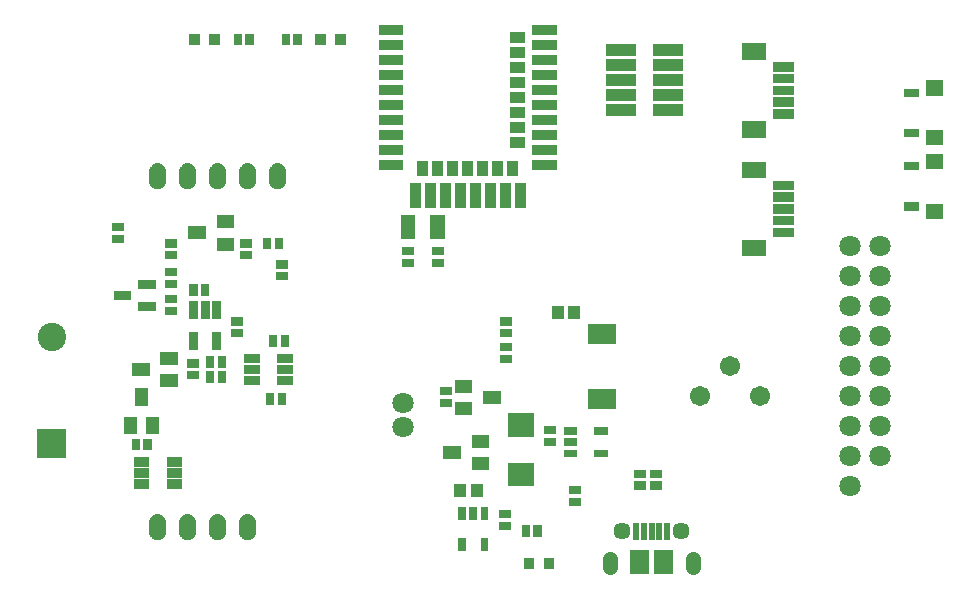
<source format=gts>
G04 Layer: TopSolderMaskLayer*
G04 EasyEDA v6.4.19.5, 2021-05-22T15:38:53+02:00*
G04 3629cfa7d52e4947b918c6b19203bcd8,b771c775d4444e86a06a5321f8c966cb,10*
G04 Gerber Generator version 0.2*
G04 Scale: 100 percent, Rotated: No, Reflected: No *
G04 Dimensions in inches *
G04 leading zeros omitted , absolute positions ,3 integer and 6 decimal *
%FSLAX36Y36*%
%MOIN*%

%ADD59C,0.0512*%
%ADD61C,0.0710*%
%ADD71C,0.0572*%
%ADD82C,0.0946*%
%ADD84C,0.0710*%
%ADD89C,0.0671*%

%LPD*%
D59*
X2327799Y-1941729D02*
G01*
X2327799Y-1969292D01*
X2052200Y-1941718D02*
G01*
X2052200Y-1969281D01*
G36*
X2595200Y-751399D02*
G01*
X2595200Y-719800D01*
X2664200Y-719800D01*
X2664200Y-751399D01*
G37*
D61*
G01*
X2950000Y-1000000D03*
G01*
X2950000Y-1100000D03*
G01*
X2950000Y-1200000D03*
G01*
X2950000Y-1300000D03*
G01*
X2950000Y-1400000D03*
G01*
X2950000Y-1500000D03*
G01*
X2950000Y-1600000D03*
G01*
X2850000Y-1600000D03*
G01*
X2850000Y-1500000D03*
G01*
X2850000Y-1400000D03*
G01*
X2850000Y-1300000D03*
G01*
X2850000Y-1200000D03*
G01*
X2850000Y-1100000D03*
G01*
X2850000Y-1000000D03*
G01*
X2850000Y-900000D03*
G01*
X2950000Y-900000D03*
G01*
X2850000Y-1700000D03*
G36*
X3030000Y-646900D02*
G01*
X3030000Y-619299D01*
X3081199Y-619299D01*
X3081199Y-646900D01*
G37*
G36*
X3030000Y-780700D02*
G01*
X3030000Y-753099D01*
X3081199Y-753099D01*
X3081199Y-780700D01*
G37*
G36*
X3104799Y-642899D02*
G01*
X3104799Y-591700D01*
X3160000Y-591700D01*
X3160000Y-642899D01*
G37*
G36*
X3104799Y-808299D02*
G01*
X3104799Y-757100D01*
X3160000Y-757100D01*
X3160000Y-808299D01*
G37*
G36*
X3030000Y-401900D02*
G01*
X3030000Y-374299D01*
X3081199Y-374299D01*
X3081199Y-401900D01*
G37*
G36*
X3030000Y-535700D02*
G01*
X3030000Y-508099D01*
X3081199Y-508099D01*
X3081199Y-535700D01*
G37*
G36*
X3104799Y-397899D02*
G01*
X3104799Y-346700D01*
X3160000Y-346700D01*
X3160000Y-397899D01*
G37*
G36*
X3104799Y-563299D02*
G01*
X3104799Y-512100D01*
X3160000Y-512100D01*
X3160000Y-563299D01*
G37*
G36*
X1830799Y-1975500D02*
G01*
X1830799Y-1940000D01*
X1866199Y-1940000D01*
X1866199Y-1975500D01*
G37*
G36*
X1763800Y-1975500D02*
G01*
X1763800Y-1940000D01*
X1799200Y-1940000D01*
X1799200Y-1975500D01*
G37*
G36*
X1135799Y-227699D02*
G01*
X1135799Y-192300D01*
X1171199Y-192300D01*
X1171199Y-227699D01*
G37*
G36*
X1068800Y-227699D02*
G01*
X1068800Y-192300D01*
X1104200Y-192300D01*
X1104200Y-227699D01*
G37*
G36*
X648800Y-227699D02*
G01*
X648800Y-192300D01*
X684200Y-192300D01*
X684200Y-227699D01*
G37*
G36*
X715799Y-227699D02*
G01*
X715799Y-192300D01*
X751199Y-192300D01*
X751199Y-227699D01*
G37*
G36*
X1589700Y-1571999D02*
G01*
X1589700Y-1528699D01*
X1648800Y-1528699D01*
X1648800Y-1571999D01*
G37*
G36*
X1495200Y-1609400D02*
G01*
X1495200Y-1566100D01*
X1554300Y-1566100D01*
X1554300Y-1609400D01*
G37*
G36*
X1589700Y-1646799D02*
G01*
X1589700Y-1603499D01*
X1648800Y-1603499D01*
X1648800Y-1646799D01*
G37*
G36*
X1533199Y-1461799D02*
G01*
X1533199Y-1418499D01*
X1592299Y-1418499D01*
X1592299Y-1461799D01*
G37*
G36*
X1627700Y-1424400D02*
G01*
X1627700Y-1381100D01*
X1686800Y-1381100D01*
X1686800Y-1424400D01*
G37*
G36*
X1533199Y-1386999D02*
G01*
X1533199Y-1343699D01*
X1592299Y-1343699D01*
X1592299Y-1386999D01*
G37*
G36*
X740000Y-839299D02*
G01*
X740000Y-795900D01*
X799200Y-795900D01*
X799200Y-839299D01*
G37*
G36*
X645599Y-876700D02*
G01*
X645599Y-833299D01*
X704699Y-833299D01*
X704699Y-876700D01*
G37*
G36*
X740000Y-914099D02*
G01*
X740000Y-870700D01*
X799200Y-870700D01*
X799200Y-914099D01*
G37*
G36*
X505700Y-1526799D02*
G01*
X505700Y-1467699D01*
X549099Y-1467699D01*
X549099Y-1526799D01*
G37*
G36*
X468299Y-1432300D02*
G01*
X468299Y-1373200D01*
X511700Y-1373200D01*
X511700Y-1432300D01*
G37*
G36*
X430900Y-1526799D02*
G01*
X430900Y-1467699D01*
X474299Y-1467699D01*
X474299Y-1526799D01*
G37*
G36*
X552699Y-1294299D02*
G01*
X552699Y-1250900D01*
X611799Y-1250900D01*
X611799Y-1294299D01*
G37*
G36*
X458200Y-1331700D02*
G01*
X458200Y-1288299D01*
X517300Y-1288299D01*
X517300Y-1331700D01*
G37*
G36*
X552699Y-1369099D02*
G01*
X552699Y-1325700D01*
X611799Y-1325700D01*
X611799Y-1369099D01*
G37*
G36*
X1619600Y-1915599D02*
G01*
X1619600Y-1872300D01*
X1645200Y-1872300D01*
X1645200Y-1915599D01*
G37*
G36*
X1544799Y-1915599D02*
G01*
X1544799Y-1872300D01*
X1570399Y-1872300D01*
X1570399Y-1915599D01*
G37*
G36*
X1544799Y-1813299D02*
G01*
X1544799Y-1769899D01*
X1570399Y-1769899D01*
X1570399Y-1813299D01*
G37*
G36*
X1582200Y-1813299D02*
G01*
X1582200Y-1769899D01*
X1607799Y-1769899D01*
X1607799Y-1813299D01*
G37*
G36*
X1619600Y-1813299D02*
G01*
X1619600Y-1769899D01*
X1645200Y-1769899D01*
X1645200Y-1813299D01*
G37*
G36*
X1999499Y-1528200D02*
G01*
X1999499Y-1502500D01*
X2042899Y-1502500D01*
X2042899Y-1528200D01*
G37*
G36*
X1999499Y-1603000D02*
G01*
X1999499Y-1577300D01*
X2042899Y-1577300D01*
X2042899Y-1603000D01*
G37*
G36*
X1897100Y-1603000D02*
G01*
X1897100Y-1577300D01*
X1940500Y-1577300D01*
X1940500Y-1603000D01*
G37*
G36*
X1897100Y-1565599D02*
G01*
X1897100Y-1539899D01*
X1940500Y-1539899D01*
X1940500Y-1565599D01*
G37*
G36*
X1897100Y-1528200D02*
G01*
X1897100Y-1502500D01*
X1940500Y-1502500D01*
X1940500Y-1528200D01*
G37*
G36*
X2119099Y-1992100D02*
G01*
X2119099Y-1913299D01*
X2182200Y-1913299D01*
X2182200Y-1992100D01*
G37*
G36*
X2231300Y-1877600D02*
G01*
X2231300Y-1822399D01*
X2251099Y-1822399D01*
X2251099Y-1877600D01*
G37*
G36*
X2205699Y-1877600D02*
G01*
X2205699Y-1822399D01*
X2225500Y-1822399D01*
X2225500Y-1877600D01*
G37*
G36*
X2180100Y-1877600D02*
G01*
X2180100Y-1822399D01*
X2199899Y-1822399D01*
X2199899Y-1877600D01*
G37*
G36*
X2154499Y-1877600D02*
G01*
X2154499Y-1822399D01*
X2174300Y-1822399D01*
X2174300Y-1877600D01*
G37*
G36*
X2128999Y-1877600D02*
G01*
X2128999Y-1822399D01*
X2148699Y-1822399D01*
X2148699Y-1877600D01*
G37*
G36*
X2197799Y-1992199D02*
G01*
X2197799Y-1913400D01*
X2260900Y-1913400D01*
X2260900Y-1992199D01*
G37*
D71*
G01*
X2091599Y-1850000D03*
G01*
X2288400Y-1850000D03*
G36*
X2195799Y-463800D02*
G01*
X2195799Y-426199D01*
X2294300Y-426199D01*
X2294300Y-463800D01*
G37*
G36*
X2038299Y-463800D02*
G01*
X2038299Y-426199D01*
X2136899Y-426199D01*
X2136899Y-463800D01*
G37*
G36*
X2195799Y-413800D02*
G01*
X2195799Y-376199D01*
X2294300Y-376199D01*
X2294300Y-413800D01*
G37*
G36*
X2038299Y-413800D02*
G01*
X2038299Y-376199D01*
X2136899Y-376199D01*
X2136899Y-413800D01*
G37*
G36*
X2195799Y-363800D02*
G01*
X2195799Y-326199D01*
X2294300Y-326199D01*
X2294300Y-363800D01*
G37*
G36*
X2038299Y-363800D02*
G01*
X2038299Y-326199D01*
X2136899Y-326199D01*
X2136899Y-363800D01*
G37*
G36*
X2195799Y-313800D02*
G01*
X2195799Y-276199D01*
X2294300Y-276199D01*
X2294300Y-313800D01*
G37*
G36*
X2038299Y-313800D02*
G01*
X2038299Y-276199D01*
X2136899Y-276199D01*
X2136899Y-313800D01*
G37*
G36*
X2195799Y-263800D02*
G01*
X2195799Y-226199D01*
X2294300Y-226199D01*
X2294300Y-263800D01*
G37*
G36*
X2038299Y-263800D02*
G01*
X2038299Y-226199D01*
X2136899Y-226199D01*
X2136899Y-263800D01*
G37*
G36*
X2185299Y-1671900D02*
G01*
X2185299Y-1644200D01*
X2224700Y-1644200D01*
X2224700Y-1671900D01*
G37*
G36*
X2185299Y-1711300D02*
G01*
X2185299Y-1683600D01*
X2224700Y-1683600D01*
X2224700Y-1711300D01*
G37*
G36*
X2130299Y-1671900D02*
G01*
X2130299Y-1644200D01*
X2169700Y-1644200D01*
X2169700Y-1671900D01*
G37*
G36*
X2130299Y-1711300D02*
G01*
X2130299Y-1683600D01*
X2169700Y-1683600D01*
X2169700Y-1711300D01*
G37*
G36*
X1354099Y-874400D02*
G01*
X1354099Y-795599D01*
X1401499Y-795599D01*
X1401499Y-874400D01*
G37*
G36*
X1452500Y-874400D02*
G01*
X1452500Y-795599D01*
X1499899Y-795599D01*
X1499899Y-874400D01*
G37*
G36*
X1915299Y-1726900D02*
G01*
X1915299Y-1699200D01*
X1954700Y-1699200D01*
X1954700Y-1726900D01*
G37*
G36*
X1915299Y-1766300D02*
G01*
X1915299Y-1738600D01*
X1954700Y-1738600D01*
X1954700Y-1766300D01*
G37*
G36*
X1685299Y-1164200D02*
G01*
X1685299Y-1136500D01*
X1724700Y-1136500D01*
X1724700Y-1164200D01*
G37*
G36*
X1685299Y-1203499D02*
G01*
X1685299Y-1175799D01*
X1724700Y-1175799D01*
X1724700Y-1203499D01*
G37*
G36*
X1685299Y-1249200D02*
G01*
X1685299Y-1221500D01*
X1724700Y-1221500D01*
X1724700Y-1249200D01*
G37*
G36*
X1685299Y-1288499D02*
G01*
X1685299Y-1260799D01*
X1724700Y-1260799D01*
X1724700Y-1288499D01*
G37*
G36*
X1485500Y-1436300D02*
G01*
X1485500Y-1408600D01*
X1525000Y-1408600D01*
X1525000Y-1436300D01*
G37*
G36*
X1485500Y-1396900D02*
G01*
X1485500Y-1369200D01*
X1525000Y-1369200D01*
X1525000Y-1396900D01*
G37*
G36*
X1711599Y-1699899D02*
G01*
X1711599Y-1620999D01*
X1798400Y-1620999D01*
X1798400Y-1699899D01*
G37*
G36*
X1711599Y-1534499D02*
G01*
X1711599Y-1455599D01*
X1798400Y-1455599D01*
X1798400Y-1534499D01*
G37*
G36*
X1830299Y-1566300D02*
G01*
X1830299Y-1538600D01*
X1869799Y-1538600D01*
X1869799Y-1566300D01*
G37*
G36*
X1830299Y-1526900D02*
G01*
X1830299Y-1499200D01*
X1869799Y-1499200D01*
X1869799Y-1526900D01*
G37*
G36*
X1977700Y-1441799D02*
G01*
X1977700Y-1374699D01*
X2072299Y-1374699D01*
X2072299Y-1441799D01*
G37*
G36*
X1977700Y-1225300D02*
G01*
X1977700Y-1158200D01*
X2072299Y-1158200D01*
X2072299Y-1225300D01*
G37*
G36*
X1680299Y-1846300D02*
G01*
X1680299Y-1818600D01*
X1719700Y-1818600D01*
X1719700Y-1846300D01*
G37*
G36*
X1680299Y-1806900D02*
G01*
X1680299Y-1779200D01*
X1719700Y-1779200D01*
X1719700Y-1806900D01*
G37*
G36*
X1457299Y-968499D02*
G01*
X1457299Y-940799D01*
X1496800Y-940799D01*
X1496800Y-968499D01*
G37*
G36*
X1457299Y-929200D02*
G01*
X1457299Y-901500D01*
X1496800Y-901500D01*
X1496800Y-929200D01*
G37*
G36*
X1357299Y-968499D02*
G01*
X1357299Y-940799D01*
X1396800Y-940799D01*
X1396800Y-968499D01*
G37*
G36*
X1357299Y-929200D02*
G01*
X1357299Y-901500D01*
X1396800Y-901500D01*
X1396800Y-929200D01*
G37*
G36*
X541300Y-709000D02*
G01*
X537800Y-708499D01*
X534499Y-707699D01*
X531199Y-706399D01*
X528200Y-704699D01*
X525399Y-702699D01*
X522899Y-700300D01*
X520599Y-697600D01*
X518800Y-694699D01*
X517300Y-691599D01*
X516199Y-688299D01*
X515599Y-684899D01*
X515399Y-681500D01*
X515399Y-649800D01*
X515599Y-646399D01*
X516199Y-643000D01*
X517300Y-639699D01*
X518800Y-636599D01*
X520599Y-633699D01*
X522899Y-630999D01*
X525399Y-628600D01*
X528200Y-626599D01*
X531199Y-624899D01*
X534499Y-623600D01*
X537800Y-622800D01*
X541300Y-622300D01*
X544699Y-622300D01*
X548200Y-622800D01*
X551500Y-623600D01*
X554800Y-624899D01*
X557800Y-626599D01*
X560599Y-628600D01*
X563099Y-630999D01*
X565399Y-633699D01*
X567199Y-636599D01*
X568699Y-639699D01*
X569800Y-643000D01*
X570399Y-646399D01*
X570599Y-649800D01*
X570599Y-681500D01*
X570399Y-684899D01*
X569800Y-688299D01*
X568699Y-691599D01*
X567199Y-694699D01*
X565399Y-697600D01*
X563099Y-700300D01*
X560599Y-702699D01*
X557800Y-704699D01*
X554800Y-706399D01*
X551500Y-707699D01*
X548200Y-708499D01*
X544699Y-709000D01*
G37*
G36*
X541300Y-1878699D02*
G01*
X537800Y-1878200D01*
X534499Y-1877399D01*
X531199Y-1876100D01*
X528200Y-1874400D01*
X525399Y-1872399D01*
X522899Y-1870000D01*
X520599Y-1867300D01*
X518800Y-1864400D01*
X517300Y-1861300D01*
X516199Y-1858000D01*
X515599Y-1854600D01*
X515399Y-1851199D01*
X515399Y-1819499D01*
X515599Y-1816100D01*
X516199Y-1812699D01*
X517300Y-1809400D01*
X518800Y-1806300D01*
X520599Y-1803400D01*
X522899Y-1800700D01*
X525399Y-1798299D01*
X528200Y-1796300D01*
X531199Y-1794600D01*
X534499Y-1793299D01*
X537800Y-1792500D01*
X541300Y-1791999D01*
X544699Y-1791999D01*
X548200Y-1792500D01*
X551500Y-1793299D01*
X554800Y-1794600D01*
X557800Y-1796300D01*
X560599Y-1798299D01*
X563099Y-1800700D01*
X565399Y-1803400D01*
X567199Y-1806300D01*
X568699Y-1809400D01*
X569800Y-1812699D01*
X570399Y-1816100D01*
X570599Y-1819499D01*
X570599Y-1851199D01*
X570399Y-1854600D01*
X569800Y-1858000D01*
X568699Y-1861300D01*
X567199Y-1864400D01*
X565399Y-1867300D01*
X563099Y-1870000D01*
X560599Y-1872399D01*
X557800Y-1874400D01*
X554800Y-1876100D01*
X551500Y-1877399D01*
X548200Y-1878200D01*
X544699Y-1878699D01*
G37*
G36*
X641300Y-709000D02*
G01*
X637800Y-708499D01*
X634499Y-707699D01*
X631199Y-706399D01*
X628200Y-704699D01*
X625399Y-702699D01*
X622899Y-700300D01*
X620599Y-697600D01*
X618800Y-694699D01*
X617300Y-691599D01*
X616199Y-688299D01*
X615599Y-684899D01*
X615399Y-681500D01*
X615399Y-649800D01*
X615599Y-646399D01*
X616199Y-643000D01*
X617300Y-639699D01*
X618800Y-636599D01*
X620599Y-633699D01*
X622899Y-630999D01*
X625399Y-628600D01*
X628200Y-626599D01*
X631199Y-624899D01*
X634499Y-623600D01*
X637800Y-622800D01*
X641300Y-622300D01*
X644699Y-622300D01*
X648200Y-622800D01*
X651500Y-623600D01*
X654800Y-624899D01*
X657800Y-626599D01*
X660599Y-628600D01*
X663099Y-630999D01*
X665399Y-633699D01*
X667199Y-636599D01*
X668699Y-639699D01*
X669800Y-643000D01*
X670399Y-646399D01*
X670599Y-649800D01*
X670599Y-681500D01*
X670399Y-684899D01*
X669800Y-688299D01*
X668699Y-691599D01*
X667199Y-694699D01*
X665399Y-697600D01*
X663099Y-700300D01*
X660599Y-702699D01*
X657800Y-704699D01*
X654800Y-706399D01*
X651500Y-707699D01*
X648200Y-708499D01*
X644699Y-709000D01*
G37*
G36*
X641300Y-1878699D02*
G01*
X637800Y-1878200D01*
X634499Y-1877399D01*
X631199Y-1876100D01*
X628200Y-1874400D01*
X625399Y-1872399D01*
X622899Y-1870000D01*
X620599Y-1867300D01*
X618800Y-1864400D01*
X617300Y-1861300D01*
X616199Y-1858000D01*
X615599Y-1854600D01*
X615399Y-1851199D01*
X615399Y-1819499D01*
X615599Y-1816100D01*
X616199Y-1812699D01*
X617300Y-1809400D01*
X618800Y-1806300D01*
X620599Y-1803400D01*
X622899Y-1800700D01*
X625399Y-1798299D01*
X628200Y-1796300D01*
X631199Y-1794600D01*
X634499Y-1793299D01*
X637800Y-1792500D01*
X641300Y-1791999D01*
X644699Y-1791999D01*
X648200Y-1792500D01*
X651500Y-1793299D01*
X654800Y-1794600D01*
X657800Y-1796300D01*
X660599Y-1798299D01*
X663099Y-1800700D01*
X665399Y-1803400D01*
X667199Y-1806300D01*
X668699Y-1809400D01*
X669800Y-1812699D01*
X670399Y-1816100D01*
X670599Y-1819499D01*
X670599Y-1851199D01*
X670399Y-1854600D01*
X669800Y-1858000D01*
X668699Y-1861300D01*
X667199Y-1864400D01*
X665399Y-1867300D01*
X663099Y-1870000D01*
X660599Y-1872399D01*
X657800Y-1874400D01*
X654800Y-1876100D01*
X651500Y-1877399D01*
X648200Y-1878200D01*
X644699Y-1878699D01*
G37*
G36*
X741300Y-709000D02*
G01*
X737800Y-708499D01*
X734499Y-707699D01*
X731199Y-706399D01*
X728200Y-704699D01*
X725399Y-702699D01*
X722899Y-700300D01*
X720599Y-697600D01*
X718800Y-694699D01*
X717300Y-691599D01*
X716199Y-688299D01*
X715599Y-684899D01*
X715399Y-681500D01*
X715399Y-649800D01*
X715599Y-646399D01*
X716199Y-643000D01*
X717300Y-639699D01*
X718800Y-636599D01*
X720599Y-633699D01*
X722899Y-630999D01*
X725399Y-628600D01*
X728200Y-626599D01*
X731199Y-624899D01*
X734499Y-623600D01*
X737800Y-622800D01*
X741300Y-622300D01*
X744699Y-622300D01*
X748200Y-622800D01*
X751500Y-623600D01*
X754800Y-624899D01*
X757800Y-626599D01*
X760600Y-628600D01*
X763100Y-630999D01*
X765399Y-633699D01*
X767200Y-636599D01*
X768699Y-639699D01*
X769799Y-643000D01*
X770399Y-646399D01*
X770600Y-649800D01*
X770600Y-681500D01*
X770399Y-684899D01*
X769799Y-688299D01*
X768699Y-691599D01*
X767200Y-694699D01*
X765399Y-697600D01*
X763100Y-700300D01*
X760600Y-702699D01*
X757800Y-704699D01*
X754800Y-706399D01*
X751500Y-707699D01*
X748200Y-708499D01*
X744699Y-709000D01*
G37*
G36*
X741300Y-1878699D02*
G01*
X737800Y-1878200D01*
X734499Y-1877399D01*
X731199Y-1876100D01*
X728200Y-1874400D01*
X725399Y-1872399D01*
X722899Y-1870000D01*
X720599Y-1867300D01*
X718800Y-1864400D01*
X717300Y-1861300D01*
X716199Y-1858000D01*
X715599Y-1854600D01*
X715399Y-1851199D01*
X715399Y-1819499D01*
X715599Y-1816100D01*
X716199Y-1812699D01*
X717300Y-1809400D01*
X718800Y-1806300D01*
X720599Y-1803400D01*
X722899Y-1800700D01*
X725399Y-1798299D01*
X728200Y-1796300D01*
X731199Y-1794600D01*
X734499Y-1793299D01*
X737800Y-1792500D01*
X741300Y-1791999D01*
X744699Y-1791999D01*
X748200Y-1792500D01*
X751500Y-1793299D01*
X754800Y-1794600D01*
X757800Y-1796300D01*
X760600Y-1798299D01*
X763100Y-1800700D01*
X765399Y-1803400D01*
X767200Y-1806300D01*
X768699Y-1809400D01*
X769799Y-1812699D01*
X770399Y-1816100D01*
X770600Y-1819499D01*
X770600Y-1851199D01*
X770399Y-1854600D01*
X769799Y-1858000D01*
X768699Y-1861300D01*
X767200Y-1864400D01*
X765399Y-1867300D01*
X763100Y-1870000D01*
X760600Y-1872399D01*
X757800Y-1874400D01*
X754800Y-1876100D01*
X751500Y-1877399D01*
X748200Y-1878200D01*
X744699Y-1878699D01*
G37*
G36*
X841300Y-709000D02*
G01*
X837799Y-708499D01*
X834499Y-707699D01*
X831199Y-706399D01*
X828199Y-704699D01*
X825399Y-702699D01*
X822899Y-700300D01*
X820600Y-697600D01*
X818800Y-694699D01*
X817299Y-691599D01*
X816199Y-688299D01*
X815600Y-684899D01*
X815399Y-681500D01*
X815399Y-649800D01*
X815600Y-646399D01*
X816199Y-643000D01*
X817299Y-639699D01*
X818800Y-636599D01*
X820600Y-633699D01*
X822899Y-630999D01*
X825399Y-628600D01*
X828199Y-626599D01*
X831199Y-624899D01*
X834499Y-623600D01*
X837799Y-622800D01*
X841300Y-622300D01*
X844700Y-622300D01*
X848199Y-622800D01*
X851499Y-623600D01*
X854799Y-624899D01*
X857799Y-626599D01*
X860600Y-628600D01*
X863100Y-630999D01*
X865399Y-633699D01*
X867200Y-636599D01*
X868699Y-639699D01*
X869799Y-643000D01*
X870399Y-646399D01*
X870600Y-649800D01*
X870600Y-681500D01*
X870399Y-684899D01*
X869799Y-688299D01*
X868699Y-691599D01*
X867200Y-694699D01*
X865399Y-697600D01*
X863100Y-700300D01*
X860600Y-702699D01*
X857799Y-704699D01*
X854799Y-706399D01*
X851499Y-707699D01*
X848199Y-708499D01*
X844700Y-709000D01*
G37*
G36*
X841300Y-1878699D02*
G01*
X837799Y-1878200D01*
X834499Y-1877399D01*
X831199Y-1876100D01*
X828199Y-1874400D01*
X825399Y-1872399D01*
X822899Y-1870000D01*
X820600Y-1867300D01*
X818800Y-1864400D01*
X817299Y-1861300D01*
X816199Y-1858000D01*
X815600Y-1854600D01*
X815399Y-1851199D01*
X815399Y-1819499D01*
X815600Y-1816100D01*
X816199Y-1812699D01*
X817299Y-1809400D01*
X818800Y-1806300D01*
X820600Y-1803400D01*
X822899Y-1800700D01*
X825399Y-1798299D01*
X828199Y-1796300D01*
X831199Y-1794600D01*
X834499Y-1793299D01*
X837799Y-1792500D01*
X841300Y-1791999D01*
X844700Y-1791999D01*
X848199Y-1792500D01*
X851499Y-1793299D01*
X854799Y-1794600D01*
X857799Y-1796300D01*
X860600Y-1798299D01*
X863100Y-1800700D01*
X865399Y-1803400D01*
X867200Y-1806300D01*
X868699Y-1809400D01*
X869799Y-1812699D01*
X870399Y-1816100D01*
X870600Y-1819499D01*
X870600Y-1851199D01*
X870399Y-1854600D01*
X869799Y-1858000D01*
X868699Y-1861300D01*
X867200Y-1864400D01*
X865399Y-1867300D01*
X863100Y-1870000D01*
X860600Y-1872399D01*
X857799Y-1874400D01*
X854799Y-1876100D01*
X851499Y-1877399D01*
X848199Y-1878200D01*
X844700Y-1878699D01*
G37*
G36*
X941300Y-709000D02*
G01*
X937799Y-708499D01*
X934499Y-707699D01*
X931199Y-706399D01*
X928199Y-704699D01*
X925399Y-702699D01*
X922899Y-700300D01*
X920600Y-697600D01*
X918800Y-694699D01*
X917299Y-691599D01*
X916199Y-688299D01*
X915600Y-684899D01*
X915399Y-681500D01*
X915399Y-649800D01*
X915600Y-646399D01*
X916199Y-643000D01*
X917299Y-639699D01*
X918800Y-636599D01*
X920600Y-633699D01*
X922899Y-630999D01*
X925399Y-628600D01*
X928199Y-626599D01*
X931199Y-624899D01*
X934499Y-623600D01*
X937799Y-622800D01*
X941300Y-622300D01*
X944700Y-622300D01*
X948199Y-622800D01*
X951499Y-623600D01*
X954799Y-624899D01*
X957799Y-626599D01*
X960600Y-628600D01*
X963100Y-630999D01*
X965399Y-633699D01*
X967200Y-636599D01*
X968699Y-639699D01*
X969799Y-643000D01*
X970399Y-646399D01*
X970600Y-649800D01*
X970600Y-681500D01*
X970399Y-684899D01*
X969799Y-688299D01*
X968699Y-691599D01*
X967200Y-694699D01*
X965399Y-697600D01*
X963100Y-700300D01*
X960600Y-702699D01*
X957799Y-704699D01*
X954799Y-706399D01*
X951499Y-707699D01*
X948199Y-708499D01*
X944700Y-709000D01*
G37*
G36*
X723800Y-1143499D02*
G01*
X723800Y-1083499D01*
X753800Y-1083499D01*
X753800Y-1143499D01*
G37*
G36*
X686399Y-1143499D02*
G01*
X686399Y-1083499D01*
X716399Y-1083499D01*
X716399Y-1143499D01*
G37*
G36*
X649000Y-1143499D02*
G01*
X649000Y-1083499D01*
X679000Y-1083499D01*
X679000Y-1143499D01*
G37*
G36*
X649000Y-1245500D02*
G01*
X649000Y-1185500D01*
X679000Y-1185500D01*
X679000Y-1245500D01*
G37*
G36*
X723800Y-1245500D02*
G01*
X723800Y-1185500D01*
X753800Y-1185500D01*
X753800Y-1245500D01*
G37*
G36*
X567600Y-943499D02*
G01*
X567600Y-915799D01*
X607100Y-915799D01*
X607100Y-943499D01*
G37*
G36*
X567600Y-904200D02*
G01*
X567600Y-876500D01*
X607100Y-876500D01*
X607100Y-904200D01*
G37*
G36*
X567600Y-1038499D02*
G01*
X567600Y-1010799D01*
X607100Y-1010799D01*
X607100Y-1038499D01*
G37*
G36*
X567600Y-999200D02*
G01*
X567600Y-971500D01*
X607100Y-971500D01*
X607100Y-999200D01*
G37*
G36*
X567600Y-1128499D02*
G01*
X567600Y-1100799D01*
X607100Y-1100799D01*
X607100Y-1128499D01*
G37*
G36*
X567600Y-1089200D02*
G01*
X567600Y-1061500D01*
X607100Y-1061500D01*
X607100Y-1089200D01*
G37*
G36*
X477399Y-1115399D02*
G01*
X477399Y-1085399D01*
X536399Y-1085399D01*
X536399Y-1115399D01*
G37*
G36*
X477399Y-1040599D02*
G01*
X477399Y-1010599D01*
X536399Y-1010599D01*
X536399Y-1040599D01*
G37*
G36*
X396399Y-1078000D02*
G01*
X396399Y-1048000D01*
X455399Y-1048000D01*
X455399Y-1078000D01*
G37*
G36*
X703800Y-1304699D02*
G01*
X703800Y-1265300D01*
X731500Y-1265300D01*
X731500Y-1304699D01*
G37*
G36*
X743200Y-1304699D02*
G01*
X743200Y-1265300D01*
X770900Y-1265300D01*
X770900Y-1304699D01*
G37*
G36*
X943199Y-1429699D02*
G01*
X943199Y-1390199D01*
X970900Y-1390199D01*
X970900Y-1429699D01*
G37*
G36*
X903800Y-1429699D02*
G01*
X903800Y-1390199D01*
X931499Y-1390199D01*
X931499Y-1429699D01*
G37*
G36*
X390300Y-849200D02*
G01*
X390300Y-821500D01*
X429699Y-821500D01*
X429699Y-849200D01*
G37*
G36*
X390300Y-888499D02*
G01*
X390300Y-860799D01*
X429699Y-860799D01*
X429699Y-888499D01*
G37*
G36*
X495799Y-1579699D02*
G01*
X495799Y-1540300D01*
X523499Y-1540300D01*
X523499Y-1579699D01*
G37*
G36*
X456500Y-1579699D02*
G01*
X456500Y-1540300D01*
X484200Y-1540300D01*
X484200Y-1579699D01*
G37*
G36*
X817600Y-904200D02*
G01*
X817600Y-876500D01*
X857100Y-876500D01*
X857100Y-904200D01*
G37*
G36*
X817600Y-943499D02*
G01*
X817600Y-915799D01*
X857100Y-915799D01*
X857100Y-943499D01*
G37*
G36*
X642600Y-1343499D02*
G01*
X642600Y-1315799D01*
X682100Y-1315799D01*
X682100Y-1343499D01*
G37*
G36*
X642600Y-1304200D02*
G01*
X642600Y-1276500D01*
X682100Y-1276500D01*
X682100Y-1304200D01*
G37*
G36*
X913800Y-1234699D02*
G01*
X913800Y-1195300D01*
X941499Y-1195300D01*
X941499Y-1234699D01*
G37*
G36*
X953199Y-1234699D02*
G01*
X953199Y-1195300D01*
X980900Y-1195300D01*
X980900Y-1234699D01*
G37*
G36*
X787600Y-1164200D02*
G01*
X787600Y-1136500D01*
X827100Y-1136500D01*
X827100Y-1164200D01*
G37*
G36*
X787600Y-1203499D02*
G01*
X787600Y-1175799D01*
X827100Y-1175799D01*
X827100Y-1203499D01*
G37*
G36*
X995799Y-229699D02*
G01*
X995799Y-190300D01*
X1023500Y-190300D01*
X1023500Y-229699D01*
G37*
G36*
X956499Y-229699D02*
G01*
X956499Y-190300D01*
X984200Y-190300D01*
X984200Y-229699D01*
G37*
G36*
X796499Y-229699D02*
G01*
X796499Y-190300D01*
X824200Y-190300D01*
X824200Y-229699D01*
G37*
G36*
X835799Y-229699D02*
G01*
X835799Y-190300D01*
X863500Y-190300D01*
X863500Y-229699D01*
G37*
G36*
X937600Y-1013499D02*
G01*
X937600Y-985799D01*
X977100Y-985799D01*
X977100Y-1013499D01*
G37*
G36*
X937600Y-974200D02*
G01*
X937600Y-946500D01*
X977100Y-946500D01*
X977100Y-974200D01*
G37*
G36*
X703800Y-1354699D02*
G01*
X703800Y-1315300D01*
X731500Y-1315300D01*
X731500Y-1354699D01*
G37*
G36*
X743200Y-1354699D02*
G01*
X743200Y-1315300D01*
X770900Y-1315300D01*
X770900Y-1354699D01*
G37*
G36*
X893800Y-909699D02*
G01*
X893800Y-870300D01*
X921499Y-870300D01*
X921499Y-909699D01*
G37*
G36*
X933199Y-909699D02*
G01*
X933199Y-870300D01*
X960900Y-870300D01*
X960900Y-909699D01*
G37*
G36*
X2490900Y-277699D02*
G01*
X2490900Y-222500D01*
X2569799Y-222500D01*
X2569799Y-277699D01*
G37*
G36*
X2490900Y-537500D02*
G01*
X2490900Y-482300D01*
X2569799Y-482300D01*
X2569799Y-537500D01*
G37*
G36*
X2595200Y-474499D02*
G01*
X2595200Y-442899D01*
X2664200Y-442899D01*
X2664200Y-474499D01*
G37*
G36*
X2595200Y-435199D02*
G01*
X2595200Y-403600D01*
X2664200Y-403600D01*
X2664200Y-435199D01*
G37*
G36*
X2595200Y-395799D02*
G01*
X2595200Y-364200D01*
X2664200Y-364200D01*
X2664200Y-395799D01*
G37*
G36*
X2595200Y-356399D02*
G01*
X2595200Y-324800D01*
X2664200Y-324800D01*
X2664200Y-356399D01*
G37*
G36*
X2595200Y-317100D02*
G01*
X2595200Y-285399D01*
X2664200Y-285399D01*
X2664200Y-317100D01*
G37*
G36*
X648800Y-1064800D02*
G01*
X648800Y-1025300D01*
X676500Y-1025300D01*
X676500Y-1064800D01*
G37*
G36*
X688200Y-1064800D02*
G01*
X688200Y-1025300D01*
X715900Y-1025300D01*
X715900Y-1064800D01*
G37*
G36*
X941800Y-1362800D02*
G01*
X941800Y-1331199D01*
X993100Y-1331199D01*
X993100Y-1362800D01*
G37*
G36*
X941800Y-1325799D02*
G01*
X941800Y-1294200D01*
X993100Y-1294200D01*
X993100Y-1325799D01*
G37*
G36*
X941800Y-1288800D02*
G01*
X941800Y-1257199D01*
X993100Y-1257199D01*
X993100Y-1288800D01*
G37*
G36*
X831599Y-1288800D02*
G01*
X831599Y-1257199D01*
X882899Y-1257199D01*
X882899Y-1288800D01*
G37*
G36*
X831599Y-1325799D02*
G01*
X831599Y-1294200D01*
X882899Y-1294200D01*
X882899Y-1325799D01*
G37*
G36*
X831599Y-1362800D02*
G01*
X831599Y-1331199D01*
X882899Y-1331199D01*
X882899Y-1362800D01*
G37*
G36*
X464200Y-1633800D02*
G01*
X464200Y-1602199D01*
X515500Y-1602199D01*
X515500Y-1633800D01*
G37*
G36*
X464200Y-1670799D02*
G01*
X464200Y-1639200D01*
X515500Y-1639200D01*
X515500Y-1670799D01*
G37*
G36*
X464200Y-1707800D02*
G01*
X464200Y-1676199D01*
X515500Y-1676199D01*
X515500Y-1707800D01*
G37*
G36*
X574499Y-1707800D02*
G01*
X574499Y-1676199D01*
X625799Y-1676199D01*
X625799Y-1707800D01*
G37*
G36*
X574499Y-1670799D02*
G01*
X574499Y-1639200D01*
X625799Y-1639200D01*
X625799Y-1670799D01*
G37*
G36*
X574499Y-1633800D02*
G01*
X574499Y-1602199D01*
X625799Y-1602199D01*
X625799Y-1633800D01*
G37*
G36*
X1795799Y-1867500D02*
G01*
X1795799Y-1828000D01*
X1823500Y-1828000D01*
X1823500Y-1867500D01*
G37*
G36*
X1756499Y-1867500D02*
G01*
X1756499Y-1828000D01*
X1784200Y-1828000D01*
X1784200Y-1867500D01*
G37*
G36*
X1587799Y-1734499D02*
G01*
X1587799Y-1690999D01*
X1627299Y-1690999D01*
X1627299Y-1734499D01*
G37*
G36*
X1532700Y-1734499D02*
G01*
X1532700Y-1690999D01*
X1572200Y-1690999D01*
X1572200Y-1734499D01*
G37*
G36*
X1857700Y-1141700D02*
G01*
X1857700Y-1098299D01*
X1897200Y-1098299D01*
X1897200Y-1141700D01*
G37*
G36*
X1912799Y-1141700D02*
G01*
X1912799Y-1098299D01*
X1952299Y-1098299D01*
X1952299Y-1141700D01*
G37*
D82*
G01*
X190000Y-1202829D03*
G36*
X142699Y-1604499D02*
G01*
X142699Y-1509899D01*
X237300Y-1509899D01*
X237300Y-1604499D01*
G37*
D84*
G01*
X1360000Y-1502130D03*
G01*
X1360000Y-1423389D03*
G36*
X1659300Y-666300D02*
G01*
X1659300Y-615000D01*
X1694799Y-615000D01*
X1694799Y-666300D01*
G37*
G36*
X1609300Y-666300D02*
G01*
X1609300Y-615000D01*
X1644799Y-615000D01*
X1644799Y-666300D01*
G37*
G36*
X1559300Y-666300D02*
G01*
X1559300Y-615000D01*
X1594799Y-615000D01*
X1594799Y-666300D01*
G37*
G36*
X1509300Y-666300D02*
G01*
X1509300Y-615000D01*
X1544799Y-615000D01*
X1544799Y-666300D01*
G37*
G36*
X1459300Y-666300D02*
G01*
X1459300Y-615000D01*
X1494799Y-615000D01*
X1494799Y-666300D01*
G37*
G36*
X1409300Y-666300D02*
G01*
X1409300Y-615000D01*
X1444799Y-615000D01*
X1444799Y-666300D01*
G37*
G36*
X1709300Y-666300D02*
G01*
X1709300Y-615000D01*
X1744799Y-615000D01*
X1744799Y-666300D01*
G37*
G36*
X1716700Y-471599D02*
G01*
X1716700Y-436100D01*
X1768000Y-436100D01*
X1768000Y-471599D01*
G37*
G36*
X1716700Y-421599D02*
G01*
X1716700Y-386100D01*
X1768000Y-386100D01*
X1768000Y-421599D01*
G37*
G36*
X1716700Y-371599D02*
G01*
X1716700Y-336100D01*
X1768000Y-336100D01*
X1768000Y-371599D01*
G37*
G36*
X1716700Y-321599D02*
G01*
X1716700Y-286100D01*
X1768000Y-286100D01*
X1768000Y-321599D01*
G37*
G36*
X1716700Y-271599D02*
G01*
X1716700Y-236100D01*
X1768000Y-236100D01*
X1768000Y-271599D01*
G37*
G36*
X1716700Y-221599D02*
G01*
X1716700Y-186100D01*
X1768000Y-186100D01*
X1768000Y-221599D01*
G37*
G36*
X1716700Y-521599D02*
G01*
X1716700Y-486100D01*
X1768000Y-486100D01*
X1768000Y-521599D01*
G37*
G36*
X1716700Y-571599D02*
G01*
X1716700Y-536100D01*
X1768000Y-536100D01*
X1768000Y-571599D01*
G37*
G36*
X1279700Y-596599D02*
G01*
X1279700Y-561100D01*
X1362500Y-561100D01*
X1362500Y-596599D01*
G37*
G36*
X1279700Y-646599D02*
G01*
X1279700Y-611100D01*
X1362500Y-611100D01*
X1362500Y-646599D01*
G37*
G36*
X1279700Y-546599D02*
G01*
X1279700Y-511100D01*
X1362500Y-511100D01*
X1362500Y-546599D01*
G37*
G36*
X1279700Y-496599D02*
G01*
X1279700Y-461100D01*
X1362500Y-461100D01*
X1362500Y-496599D01*
G37*
G36*
X1279700Y-446599D02*
G01*
X1279700Y-411100D01*
X1362500Y-411100D01*
X1362500Y-446599D01*
G37*
G36*
X1279700Y-396599D02*
G01*
X1279700Y-361100D01*
X1362500Y-361100D01*
X1362500Y-396599D01*
G37*
G36*
X1279700Y-346599D02*
G01*
X1279700Y-311100D01*
X1362500Y-311100D01*
X1362500Y-346599D01*
G37*
G36*
X1279700Y-296599D02*
G01*
X1279700Y-261100D01*
X1362500Y-261100D01*
X1362500Y-296599D01*
G37*
G36*
X1279700Y-246599D02*
G01*
X1279700Y-211100D01*
X1362500Y-211100D01*
X1362500Y-246599D01*
G37*
G36*
X1279700Y-196599D02*
G01*
X1279700Y-161100D01*
X1362500Y-161100D01*
X1362500Y-196599D01*
G37*
G36*
X1791499Y-246599D02*
G01*
X1791499Y-211100D01*
X1874300Y-211100D01*
X1874300Y-246599D01*
G37*
G36*
X1791499Y-196599D02*
G01*
X1791499Y-161100D01*
X1874300Y-161100D01*
X1874300Y-196599D01*
G37*
G36*
X1791499Y-296599D02*
G01*
X1791499Y-261100D01*
X1874300Y-261100D01*
X1874300Y-296599D01*
G37*
G36*
X1791499Y-346599D02*
G01*
X1791499Y-311100D01*
X1874300Y-311100D01*
X1874300Y-346599D01*
G37*
G36*
X1791499Y-396599D02*
G01*
X1791499Y-361100D01*
X1874300Y-361100D01*
X1874300Y-396599D01*
G37*
G36*
X1791499Y-446599D02*
G01*
X1791499Y-411100D01*
X1874300Y-411100D01*
X1874300Y-446599D01*
G37*
G36*
X1791499Y-496599D02*
G01*
X1791499Y-461100D01*
X1874300Y-461100D01*
X1874300Y-496599D01*
G37*
G36*
X1791499Y-546599D02*
G01*
X1791499Y-511100D01*
X1874300Y-511100D01*
X1874300Y-546599D01*
G37*
G36*
X1791499Y-596599D02*
G01*
X1791499Y-561100D01*
X1874300Y-561100D01*
X1874300Y-596599D01*
G37*
G36*
X1791499Y-646599D02*
G01*
X1791499Y-611100D01*
X1874300Y-611100D01*
X1874300Y-646599D01*
G37*
G36*
X1384300Y-772600D02*
G01*
X1384300Y-689800D01*
X1419799Y-689800D01*
X1419799Y-772600D01*
G37*
G36*
X1434300Y-772600D02*
G01*
X1434300Y-689800D01*
X1469799Y-689800D01*
X1469799Y-772600D01*
G37*
G36*
X1484300Y-772600D02*
G01*
X1484300Y-689800D01*
X1519799Y-689800D01*
X1519799Y-772600D01*
G37*
G36*
X1534300Y-772600D02*
G01*
X1534300Y-689800D01*
X1569799Y-689800D01*
X1569799Y-772600D01*
G37*
G36*
X1584300Y-772600D02*
G01*
X1584300Y-689800D01*
X1619799Y-689800D01*
X1619799Y-772600D01*
G37*
G36*
X1634300Y-772600D02*
G01*
X1634300Y-689800D01*
X1669799Y-689800D01*
X1669799Y-772600D01*
G37*
G36*
X1684300Y-772600D02*
G01*
X1684300Y-689800D01*
X1719799Y-689800D01*
X1719799Y-772600D01*
G37*
G36*
X1734300Y-772600D02*
G01*
X1734300Y-689800D01*
X1769799Y-689800D01*
X1769799Y-772600D01*
G37*
G36*
X2490900Y-672699D02*
G01*
X2490900Y-617500D01*
X2569799Y-617500D01*
X2569799Y-672699D01*
G37*
G36*
X2490900Y-932500D02*
G01*
X2490900Y-877300D01*
X2569799Y-877300D01*
X2569799Y-932500D01*
G37*
G36*
X2595200Y-869499D02*
G01*
X2595200Y-837899D01*
X2664200Y-837899D01*
X2664200Y-869499D01*
G37*
G36*
X2595200Y-830199D02*
G01*
X2595200Y-798600D01*
X2664200Y-798600D01*
X2664200Y-830199D01*
G37*
G36*
X2595200Y-790799D02*
G01*
X2595200Y-759200D01*
X2664200Y-759200D01*
X2664200Y-790799D01*
G37*
G36*
X2595200Y-751399D02*
G01*
X2595200Y-719800D01*
X2664200Y-719800D01*
X2664200Y-751399D01*
G37*
G36*
X2595200Y-712100D02*
G01*
X2595200Y-680399D01*
X2664200Y-680399D01*
X2664200Y-712100D01*
G37*
D89*
G01*
X2550000Y-1400000D03*
G01*
X2450000Y-1300000D03*
G01*
X2350000Y-1400000D03*
M02*

</source>
